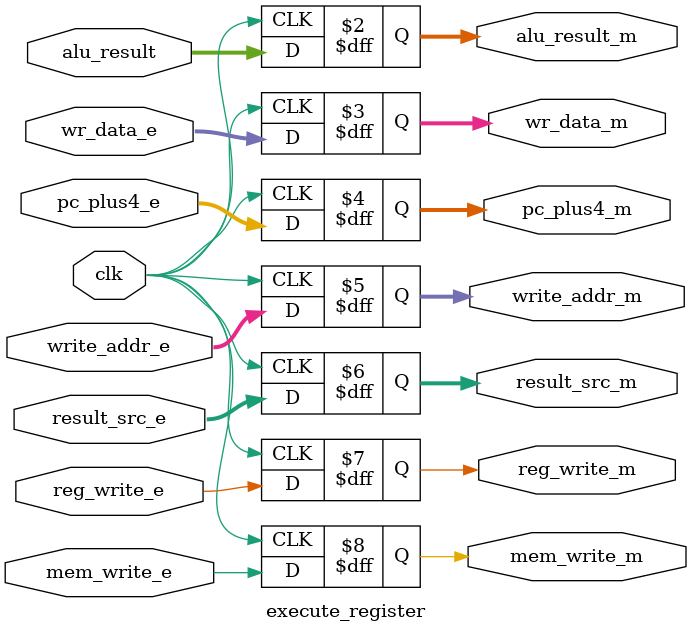
<source format=sv>
module execute_register(clk, alu_result, wr_data_e, pc_plus4_e, alu_result_m, wr_data_m, pc_plus4_m, write_addr_e, write_addr_m, reg_write_e, result_src_e, mem_write_e, reg_write_m, result_src_m, mem_write_m);
    input logic clk;
    input logic [31:0] alu_result, wr_data_e, pc_plus4_e;
    output logic [31:0] alu_result_m, wr_data_m, pc_plus4_m;

    input logic [4:0] write_addr_e;
    output logic [4:0] write_addr_m;

    //From Control Unit
    input logic [1:0] result_src_e;
    input logic reg_write_e, mem_write_e;
    output logic [1:0] result_src_m;
    output logic reg_write_m, mem_write_m;

    always_ff @(posedge clk) begin
        alu_result_m <= alu_result;
        wr_data_m <= wr_data_e;
        pc_plus4_m <= pc_plus4_e;
        write_addr_m <= write_addr_e;

        //Control Unit
        reg_write_m <= reg_write_e;
        mem_write_m <= mem_write_e;
        result_src_m <= result_src_e;
    end

endmodule
</source>
